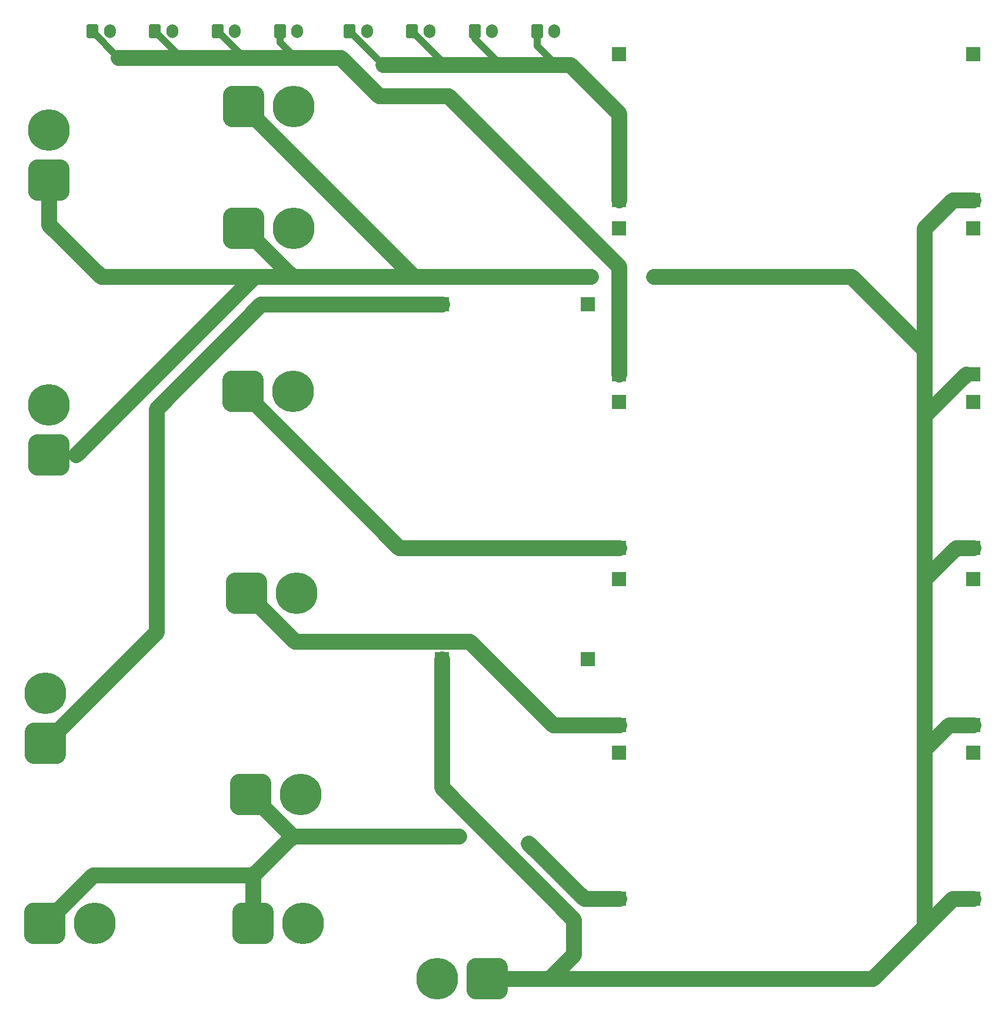
<source format=gbr>
%TF.GenerationSoftware,KiCad,Pcbnew,9.0.2*%
%TF.CreationDate,2025-11-07T01:32:50+05:30*%
%TF.ProjectId,Kratos26,4b726174-6f73-4323-962e-6b696361645f,rev?*%
%TF.SameCoordinates,Original*%
%TF.FileFunction,Copper,L1,Top*%
%TF.FilePolarity,Positive*%
%FSLAX46Y46*%
G04 Gerber Fmt 4.6, Leading zero omitted, Abs format (unit mm)*
G04 Created by KiCad (PCBNEW 9.0.2) date 2025-11-07 01:32:50*
%MOMM*%
%LPD*%
G01*
G04 APERTURE LIST*
G04 Aperture macros list*
%AMRoundRect*
0 Rectangle with rounded corners*
0 $1 Rounding radius*
0 $2 $3 $4 $5 $6 $7 $8 $9 X,Y pos of 4 corners*
0 Add a 4 corners polygon primitive as box body*
4,1,4,$2,$3,$4,$5,$6,$7,$8,$9,$2,$3,0*
0 Add four circle primitives for the rounded corners*
1,1,$1+$1,$2,$3*
1,1,$1+$1,$4,$5*
1,1,$1+$1,$6,$7*
1,1,$1+$1,$8,$9*
0 Add four rect primitives between the rounded corners*
20,1,$1+$1,$2,$3,$4,$5,0*
20,1,$1+$1,$4,$5,$6,$7,0*
20,1,$1+$1,$6,$7,$8,$9,0*
20,1,$1+$1,$8,$9,$2,$3,0*%
G04 Aperture macros list end*
%TA.AperFunction,ComponentPad*%
%ADD10RoundRect,1.500000X-1.500000X-1.500000X1.500000X-1.500000X1.500000X1.500000X-1.500000X1.500000X0*%
%TD*%
%TA.AperFunction,ComponentPad*%
%ADD11C,6.000000*%
%TD*%
%TA.AperFunction,ComponentPad*%
%ADD12O,1.700000X2.000000*%
%TD*%
%TA.AperFunction,ComponentPad*%
%ADD13RoundRect,0.250000X-0.600000X-0.750000X0.600000X-0.750000X0.600000X0.750000X-0.600000X0.750000X0*%
%TD*%
%TA.AperFunction,SMDPad,CuDef*%
%ADD14R,2.000000X2.000000*%
%TD*%
%TA.AperFunction,ComponentPad*%
%ADD15RoundRect,1.500000X1.500000X-1.500000X1.500000X1.500000X-1.500000X1.500000X-1.500000X-1.500000X0*%
%TD*%
%TA.AperFunction,ComponentPad*%
%ADD16RoundRect,1.500000X1.500000X1.500000X-1.500000X1.500000X-1.500000X-1.500000X1.500000X-1.500000X0*%
%TD*%
%TA.AperFunction,ViaPad*%
%ADD17C,0.500000*%
%TD*%
%TA.AperFunction,ViaPad*%
%ADD18C,0.600000*%
%TD*%
%TA.AperFunction,Conductor*%
%ADD19C,2.300000*%
%TD*%
%TA.AperFunction,Conductor*%
%ADD20C,1.000000*%
%TD*%
%TA.AperFunction,Conductor*%
%ADD21C,0.200000*%
%TD*%
G04 APERTURE END LIST*
D10*
%TO.P,REF\u002A\u002A,1*%
%TO.N,N/C*%
X113900000Y-147500000D03*
D11*
%TO.P,REF\u002A\u002A,2*%
%TO.N,GND*%
X121100000Y-147500000D03*
%TD*%
D10*
%TO.P,REF\u002A\u002A,1*%
%TO.N,N/C*%
X83900000Y-147500000D03*
D11*
%TO.P,REF\u002A\u002A,2*%
%TO.N,GND*%
X91100000Y-147500000D03*
%TD*%
D12*
%TO.P,REF\u002A\u002A,2*%
%TO.N,GND*%
X93250000Y-19200000D03*
D13*
%TO.P,REF\u002A\u002A,1*%
%TO.N,N/C*%
X90750000Y-19200000D03*
%TD*%
D11*
%TO.P,REF\u002A\u002A,2*%
%TO.N,GND*%
X119700000Y-47500000D03*
D10*
%TO.P,REF\u002A\u002A,1*%
%TO.N,N/C*%
X112500000Y-47500000D03*
%TD*%
%TO.P,REF\u002A\u002A,1*%
%TO.N,N/C*%
X112500000Y-30000000D03*
D11*
%TO.P,REF\u002A\u002A,2*%
%TO.N,GND*%
X119700000Y-30000000D03*
%TD*%
D13*
%TO.P,REF\u002A\u002A,1*%
%TO.N,N/C*%
X154750000Y-19200000D03*
D12*
%TO.P,REF\u002A\u002A,2*%
%TO.N,GND*%
X157250000Y-19200000D03*
%TD*%
D13*
%TO.P,REF\u002A\u002A,1*%
%TO.N,N/C*%
X136750000Y-19200000D03*
D12*
%TO.P,REF\u002A\u002A,2*%
%TO.N,GND*%
X139250000Y-19200000D03*
%TD*%
D13*
%TO.P,REF\u002A\u002A,1*%
%TO.N,N/C*%
X127750000Y-19200000D03*
D12*
%TO.P,REF\u002A\u002A,2*%
%TO.N,GND*%
X130250000Y-19200000D03*
%TD*%
D13*
%TO.P,REF\u002A\u002A,1*%
%TO.N,N/C*%
X145750000Y-19200000D03*
D12*
%TO.P,REF\u002A\u002A,2*%
%TO.N,GND*%
X148250000Y-19200000D03*
%TD*%
D13*
%TO.P,REF\u002A\u002A,1*%
%TO.N,N/C*%
X117750000Y-19200000D03*
D12*
%TO.P,REF\u002A\u002A,2*%
%TO.N,GND*%
X120250000Y-19200000D03*
%TD*%
D13*
%TO.P,REF\u002A\u002A,1*%
%TO.N,N/C*%
X108750000Y-19200000D03*
D12*
%TO.P,REF\u002A\u002A,2*%
%TO.N,GND*%
X111250000Y-19200000D03*
%TD*%
D13*
%TO.P,REF\u002A\u002A,1*%
%TO.N,N/C*%
X99750000Y-19200000D03*
D12*
%TO.P,REF\u002A\u002A,2*%
%TO.N,GND*%
X102250000Y-19200000D03*
%TD*%
D10*
%TO.P,REF\u002A\u002A,1*%
%TO.N,N/C*%
X113500000Y-129000000D03*
D11*
%TO.P,REF\u002A\u002A,2*%
%TO.N,GND*%
X120700000Y-129000000D03*
%TD*%
D10*
%TO.P,REF\u002A\u002A,1*%
%TO.N,N/C*%
X112900000Y-100000000D03*
D11*
%TO.P,REF\u002A\u002A,2*%
%TO.N,GND*%
X120100000Y-100000000D03*
%TD*%
D14*
%TO.P,U,1*%
%TO.N,N/C*%
X217500000Y-68500000D03*
%TO.P,U,2*%
%TO.N,GND*%
X217500000Y-47500000D03*
%TO.P,U,3*%
%TO.N,N/C*%
X166500000Y-68500000D03*
%TO.P,U,4*%
%TO.N,GND*%
X166500000Y-47500000D03*
%TD*%
%TO.P,U,1*%
%TO.N,N/C*%
X217500000Y-93500000D03*
%TO.P,U,2*%
%TO.N,GND*%
X217500000Y-72500000D03*
%TO.P,U,3*%
%TO.N,N/C*%
X166500000Y-93500000D03*
%TO.P,U,4*%
%TO.N,GND*%
X166500000Y-72500000D03*
%TD*%
D10*
%TO.P,REF\u002A\u002A,1*%
%TO.N,N/C*%
X112400000Y-71000000D03*
D11*
%TO.P,REF\u002A\u002A,2*%
%TO.N,GND*%
X119600000Y-71000000D03*
%TD*%
D15*
%TO.P,REF\u002A\u002A,1*%
%TO.N,N/C*%
X84500000Y-80100000D03*
D11*
%TO.P,REF\u002A\u002A,2*%
%TO.N,GND*%
X84500000Y-72900000D03*
%TD*%
D14*
%TO.P,U,4*%
%TO.N,GND*%
X162000000Y-58500000D03*
%TO.P,U,1*%
%TO.N,N/C*%
X141000000Y-109500000D03*
%TO.P,U,2*%
%TO.N,GND*%
X162000000Y-109500000D03*
%TO.P,U,3*%
%TO.N,N/C*%
X141000000Y-58500000D03*
%TD*%
%TO.P,U,1*%
%TO.N,N/C*%
X217500000Y-119000000D03*
%TO.P,U,2*%
%TO.N,GND*%
X217500000Y-98000000D03*
%TO.P,U,3*%
%TO.N,N/C*%
X166500000Y-119000000D03*
%TO.P,U,4*%
%TO.N,GND*%
X166500000Y-98000000D03*
%TD*%
D11*
%TO.P,REF\u002A\u002A,2*%
%TO.N,GND*%
X84000000Y-114400000D03*
D15*
%TO.P,REF\u002A\u002A,1*%
%TO.N,N/C*%
X84000000Y-121600000D03*
%TD*%
D16*
%TO.P,REF\u002A\u002A,1*%
%TO.N,N/C*%
X147600000Y-155500000D03*
D11*
%TO.P,REF\u002A\u002A,2*%
%TO.N,GND*%
X140400000Y-155500000D03*
%TD*%
D14*
%TO.P,U,1*%
%TO.N,N/C*%
X217500000Y-144000000D03*
%TO.P,U,2*%
%TO.N,GND*%
X217500000Y-123000000D03*
%TO.P,U,3*%
%TO.N,N/C*%
X166500000Y-144000000D03*
%TO.P,U,4*%
%TO.N,GND*%
X166500000Y-123000000D03*
%TD*%
%TO.P,U,1*%
%TO.N,N/C*%
X217500000Y-43500000D03*
%TO.P,U,2*%
%TO.N,GND*%
X217500000Y-22500000D03*
%TO.P,U,3*%
%TO.N,N/C*%
X166500000Y-43500000D03*
%TO.P,U,4*%
%TO.N,GND*%
X166500000Y-22500000D03*
%TD*%
D15*
%TO.P,REF\u002A\u002A,1*%
%TO.N,N/C*%
X84500000Y-40600000D03*
D11*
%TO.P,REF\u002A\u002A,2*%
%TO.N,GND*%
X84500000Y-33400000D03*
%TD*%
D17*
%TO.N,*%
X162500000Y-54500000D03*
X171500000Y-54500000D03*
D18*
X113500000Y-129000000D03*
X143500000Y-135000000D03*
X153500000Y-136000000D03*
%TD*%
D19*
%TO.N,*%
X120000000Y-23000000D02*
X113000000Y-23000000D01*
X166500000Y-68500000D02*
X166500000Y-53000000D01*
X166500000Y-53000000D02*
X142000000Y-28500000D01*
X142000000Y-28500000D02*
X132000000Y-28500000D01*
X132000000Y-28500000D02*
X126500000Y-23000000D01*
X126500000Y-23000000D02*
X120000000Y-23000000D01*
X113900000Y-140600000D02*
X90800000Y-140600000D01*
X90800000Y-140600000D02*
X83900000Y-147500000D01*
X119500000Y-135000000D02*
X113900000Y-140600000D01*
X113900000Y-140600000D02*
X113900000Y-147500000D01*
X119500000Y-54500000D02*
X114000000Y-54500000D01*
X114000000Y-54500000D02*
X88400000Y-80100000D01*
D20*
X88400000Y-80100000D02*
X84500000Y-80100000D01*
D19*
X114000000Y-54500000D02*
X92000000Y-54500000D01*
X92000000Y-54500000D02*
X84500000Y-47000000D01*
X84500000Y-47000000D02*
X84500000Y-40600000D01*
X141000000Y-58500000D02*
X115000000Y-58500000D01*
X100000000Y-105600000D02*
X84000000Y-121600000D01*
X115000000Y-58500000D02*
X100000000Y-73500000D01*
X100000000Y-73500000D02*
X100000000Y-105600000D01*
X112500000Y-47500000D02*
X119500000Y-54500000D01*
X112500000Y-30000000D02*
X137000000Y-54500000D01*
D20*
X120000000Y-23000000D02*
X117750000Y-20750000D01*
X117750000Y-20750000D02*
X117750000Y-19200000D01*
X113000000Y-23000000D02*
X112550000Y-23000000D01*
X112550000Y-23000000D02*
X108750000Y-19200000D01*
D19*
X113000000Y-23000000D02*
X104000000Y-23000000D01*
D20*
X104000000Y-23000000D02*
X103550000Y-23000000D01*
X103550000Y-23000000D02*
X99750000Y-19200000D01*
X94500000Y-22950000D02*
X90750000Y-19200000D01*
D19*
X104000000Y-23000000D02*
X94500000Y-23000000D01*
D20*
X94500000Y-23000000D02*
X94500000Y-22950000D01*
D19*
X159500000Y-24000000D02*
X157500000Y-24000000D01*
D20*
X157500000Y-24000000D02*
X154750000Y-21250000D01*
X154750000Y-21250000D02*
X154750000Y-19200000D01*
D19*
X157500000Y-24000000D02*
X149500000Y-24000000D01*
D20*
X149500000Y-24000000D02*
X145750000Y-20250000D01*
X145750000Y-20250000D02*
X145750000Y-19200000D01*
D19*
X149500000Y-24000000D02*
X142000000Y-24000000D01*
D20*
X142000000Y-24000000D02*
X141550000Y-24000000D01*
X141550000Y-24000000D02*
X136750000Y-19200000D01*
D19*
X166500000Y-43500000D02*
X166500000Y-31000000D01*
X166500000Y-31000000D02*
X159500000Y-24000000D01*
D20*
X132550000Y-24000000D02*
X127750000Y-19200000D01*
D19*
X142000000Y-24000000D02*
X132550000Y-24000000D01*
X166500000Y-144000000D02*
X161500000Y-144000000D01*
X134900000Y-93500000D02*
X112400000Y-71000000D01*
X200000000Y-54500000D02*
X210500000Y-65000000D01*
X157000000Y-119000000D02*
X166500000Y-119000000D01*
X112900000Y-100000000D02*
X119900000Y-107000000D01*
X210500000Y-148000000D02*
X210500000Y-122500000D01*
X147600000Y-155500000D02*
X156500000Y-155500000D01*
D20*
X84600000Y-40600000D02*
X84500000Y-40600000D01*
D19*
X141000000Y-128000000D02*
X160000000Y-147000000D01*
X119900000Y-107000000D02*
X145000000Y-107000000D01*
D21*
X216500000Y-68500000D02*
X217500000Y-68500000D01*
D19*
X217500000Y-144000000D02*
X214500000Y-144000000D01*
X161500000Y-144000000D02*
X153500000Y-136000000D01*
X210500000Y-47500000D02*
X210500000Y-65000000D01*
X171500000Y-54500000D02*
X200000000Y-54500000D01*
X119500000Y-135000000D02*
X113500000Y-129000000D01*
X203000000Y-155500000D02*
X210500000Y-148000000D01*
X217500000Y-93500000D02*
X215000000Y-93500000D01*
X215000000Y-93500000D02*
X210500000Y-98000000D01*
X143500000Y-135000000D02*
X119500000Y-135000000D01*
X210500000Y-122500000D02*
X210500000Y-98000000D01*
X166500000Y-93500000D02*
X134900000Y-93500000D01*
X210500000Y-65000000D02*
X210500000Y-74500000D01*
X214500000Y-144000000D02*
X210500000Y-148000000D01*
X157000000Y-155500000D02*
X203000000Y-155500000D01*
X141000000Y-109500000D02*
X141000000Y-128000000D01*
X210500000Y-98000000D02*
X210500000Y-74500000D01*
X145000000Y-107000000D02*
X157000000Y-119000000D01*
X217500000Y-119000000D02*
X214000000Y-119000000D01*
X160000000Y-152000000D02*
X156500000Y-155500000D01*
X210500000Y-74500000D02*
X216500000Y-68500000D01*
X137000000Y-54500000D02*
X162500000Y-54500000D01*
X160000000Y-147000000D02*
X160000000Y-152000000D01*
X217500000Y-43500000D02*
X214500000Y-43500000D01*
D21*
X156500000Y-155500000D02*
X157000000Y-155500000D01*
D19*
X119500000Y-54500000D02*
X137000000Y-54500000D01*
X214000000Y-119000000D02*
X210500000Y-122500000D01*
X214500000Y-43500000D02*
X210500000Y-47500000D01*
%TD*%
M02*

</source>
